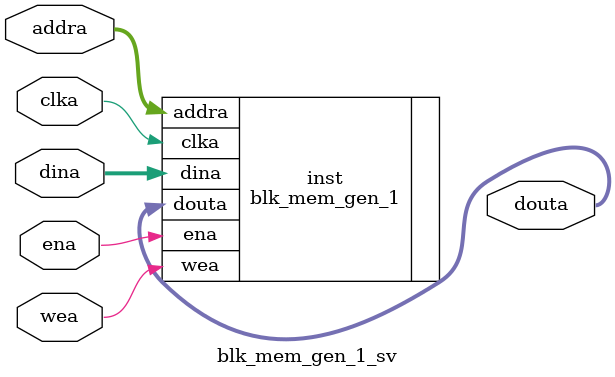
<source format=sv>


`timescale 1ps / 1ps

`include "vivado_interfaces.svh"

module blk_mem_gen_1_sv (
  (* X_INTERFACE_IGNORE = "true" *)
  input wire clka,
  (* X_INTERFACE_IGNORE = "true" *)
  input wire ena,
  (* X_INTERFACE_IGNORE = "true" *)
  input wire [0:0] wea,
  (* X_INTERFACE_IGNORE = "true" *)
  input wire [3:0] addra,
  (* X_INTERFACE_IGNORE = "true" *)
  input wire [15:0] dina,
  (* X_INTERFACE_IGNORE = "true" *)
  output wire [15:0] douta
);

  blk_mem_gen_1 inst (
    .clka(clka),
    .ena(ena),
    .wea(wea),
    .addra(addra),
    .dina(dina),
    .douta(douta)
  );

endmodule

</source>
